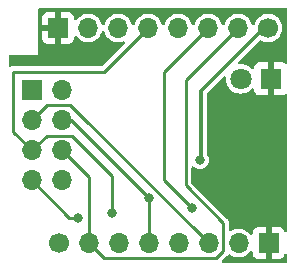
<source format=gbr>
%TF.GenerationSoftware,KiCad,Pcbnew,7.0.2*%
%TF.CreationDate,2023-05-28T00:49:17+02:00*%
%TF.ProjectId,cc1101_pcb,63633131-3031-45f7-9063-622e6b696361,rev?*%
%TF.SameCoordinates,Original*%
%TF.FileFunction,Copper,L2,Bot*%
%TF.FilePolarity,Positive*%
%FSLAX46Y46*%
G04 Gerber Fmt 4.6, Leading zero omitted, Abs format (unit mm)*
G04 Created by KiCad (PCBNEW 7.0.2) date 2023-05-28 00:49:17*
%MOMM*%
%LPD*%
G01*
G04 APERTURE LIST*
%TA.AperFunction,ComponentPad*%
%ADD10R,1.700000X1.700000*%
%TD*%
%TA.AperFunction,ComponentPad*%
%ADD11O,1.700000X1.700000*%
%TD*%
%TA.AperFunction,ComponentPad*%
%ADD12C,1.700000*%
%TD*%
%TA.AperFunction,ComponentPad*%
%ADD13C,1.800000*%
%TD*%
%TA.AperFunction,ComponentPad*%
%ADD14R,1.800000X1.800000*%
%TD*%
%TA.AperFunction,ViaPad*%
%ADD15C,0.800000*%
%TD*%
%TA.AperFunction,Conductor*%
%ADD16C,0.300000*%
%TD*%
%TA.AperFunction,Conductor*%
%ADD17C,0.250000*%
%TD*%
G04 APERTURE END LIST*
D10*
%TO.P,J1,8,Pin_8*%
%TO.N,GND*%
X37400000Y-78900000D03*
D11*
%TO.P,J1,7,Pin_7*%
%TO.N,unconnected-(J1-Pin_7-Pad7)*%
X39940000Y-78900000D03*
%TO.P,J1,6,Pin_6*%
%TO.N,Net-(J1-Pin_6)*%
X42480000Y-78900000D03*
%TO.P,J1,5,Pin_5*%
%TO.N,Net-(J1-Pin_5)*%
X45020000Y-78900000D03*
%TO.P,J1,4,Pin_4*%
%TO.N,Net-(J1-Pin_4)*%
X47560000Y-78900000D03*
%TO.P,J1,3,Pin_3*%
%TO.N,Net-(J1-Pin_3)*%
X50100000Y-78900000D03*
%TO.P,J1,2,Pin_2*%
%TO.N,Net-(J1-Pin_2)*%
X52640000Y-78900000D03*
D12*
%TO.P,J1,1,Pin_1*%
%TO.N,Net-(J1-Pin_1)*%
X55180000Y-78900000D03*
%TD*%
%TO.P,J2,1,Pin_1*%
%TO.N,Net-(J1-Pin_1)*%
X37440000Y-97100000D03*
D11*
%TO.P,J2,2,Pin_2*%
%TO.N,Net-(J1-Pin_2)*%
X39980000Y-97100000D03*
%TO.P,J2,3,Pin_3*%
%TO.N,Net-(J1-Pin_3)*%
X42520000Y-97100000D03*
%TO.P,J2,4,Pin_4*%
%TO.N,Net-(J1-Pin_4)*%
X45060000Y-97100000D03*
%TO.P,J2,5,Pin_5*%
%TO.N,Net-(J1-Pin_5)*%
X47600000Y-97100000D03*
%TO.P,J2,6,Pin_6*%
%TO.N,Net-(J1-Pin_6)*%
X50140000Y-97100000D03*
%TO.P,J2,7,Pin_7*%
%TO.N,unconnected-(J2-Pin_7-Pad7)*%
X52680000Y-97100000D03*
D10*
%TO.P,J2,8,Pin_8*%
%TO.N,GND*%
X55220000Y-97100000D03*
%TD*%
D13*
%TO.P,LED,2,A*%
%TO.N,Net-(D1-A)*%
X52860000Y-83200000D03*
D14*
%TO.P,LED,1,K*%
%TO.N,GND*%
X55400000Y-83200000D03*
%TD*%
D10*
%TO.P,J3,1,Pin_1*%
%TO.N,GND*%
X35160000Y-84180000D03*
D11*
%TO.P,J3,2,Pin_2*%
%TO.N,Net-(J3-Pin_2)*%
X37700000Y-84180000D03*
%TO.P,J3,3,Pin_3*%
%TO.N,Net-(J1-Pin_6)*%
X35160000Y-86720000D03*
%TO.P,J3,4,Pin_4*%
%TO.N,Net-(J1-Pin_4)*%
X37700000Y-86720000D03*
%TO.P,J3,5,Pin_5*%
%TO.N,Net-(J1-Pin_5)*%
X35160000Y-89260000D03*
%TO.P,J3,6,Pin_6*%
%TO.N,Net-(J1-Pin_2)*%
X37700000Y-89260000D03*
%TO.P,J3,7,Pin_7*%
%TO.N,Net-(J1-Pin_3)*%
X35160000Y-91800000D03*
%TO.P,J3,8,Pin_8*%
%TO.N,unconnected-(J3-Pin_8-Pad8)*%
X37700000Y-91800000D03*
%TD*%
D15*
%TO.N,GND*%
X51200000Y-88700000D03*
X51200000Y-85000000D03*
%TO.N,Net-(J1-Pin_4)*%
X45100000Y-93300000D03*
%TO.N,Net-(J1-Pin_3)*%
X48700000Y-94100000D03*
%TO.N,Net-(J1-Pin_1)*%
X49400000Y-90100000D03*
%TO.N,Net-(J1-Pin_3)*%
X39100000Y-95000000D03*
%TO.N,Net-(J1-Pin_5)*%
X42000000Y-94600000D03*
%TD*%
D16*
%TO.N,Net-(J1-Pin_1)*%
X54800000Y-78900000D02*
X55180000Y-78900000D01*
X49500000Y-84200000D02*
X54800000Y-78900000D01*
X49500000Y-90000000D02*
X49500000Y-84200000D01*
X49400000Y-90100000D02*
X49500000Y-90000000D01*
D17*
%TO.N,Net-(J1-Pin_2)*%
X41280000Y-98400000D02*
X39980000Y-97100000D01*
X48200000Y-92225000D02*
X51400000Y-95425000D01*
X50800000Y-98400000D02*
X41280000Y-98400000D01*
X48200000Y-83340000D02*
X48200000Y-92225000D01*
X51400000Y-95425000D02*
X51400000Y-97800000D01*
X52640000Y-78900000D02*
X48200000Y-83340000D01*
X51400000Y-97800000D02*
X50800000Y-98400000D01*
%TO.N,Net-(J1-Pin_3)*%
X46400000Y-82600000D02*
X50100000Y-78900000D01*
X46400000Y-91800000D02*
X46400000Y-82600000D01*
X48700000Y-94100000D02*
X46400000Y-91800000D01*
%TO.N,Net-(J1-Pin_4)*%
X45100000Y-93300000D02*
X45060000Y-93260000D01*
%TO.N,Net-(J1-Pin_2)*%
X39980000Y-97100000D02*
X39980000Y-91540000D01*
X39980000Y-91540000D02*
X37700000Y-89260000D01*
%TO.N,Net-(J1-Pin_6)*%
X50140000Y-97100000D02*
X38440000Y-85400000D01*
X38440000Y-85400000D02*
X36480000Y-85400000D01*
X36480000Y-85400000D02*
X35160000Y-86720000D01*
%TO.N,Net-(J1-Pin_5)*%
X42000000Y-94600000D02*
X42000000Y-91400000D01*
X42000000Y-91400000D02*
X38600000Y-88000000D01*
X38600000Y-88000000D02*
X36420000Y-88000000D01*
X36420000Y-88000000D02*
X35160000Y-89260000D01*
X33600000Y-87700000D02*
X35160000Y-89260000D01*
X33600000Y-82600000D02*
X33600000Y-87700000D01*
X41320000Y-82600000D02*
X33600000Y-82600000D01*
X45020000Y-78900000D02*
X41320000Y-82600000D01*
%TO.N,Net-(J1-Pin_3)*%
X39100000Y-95000000D02*
X38360000Y-95000000D01*
X38360000Y-95000000D02*
X35160000Y-91800000D01*
%TO.N,Net-(J1-Pin_4)*%
X45060000Y-97100000D02*
X45100000Y-93300000D01*
X45060000Y-93260000D02*
X38520000Y-86720000D01*
X38520000Y-86720000D02*
X37700000Y-86720000D01*
%TD*%
%TA.AperFunction,Conductor*%
%TO.N,GND*%
G36*
X55470000Y-98450000D02*
G01*
X56114518Y-98450000D01*
X56121132Y-98449645D01*
X56177371Y-98443599D01*
X56312089Y-98393352D01*
X56427188Y-98307188D01*
X56513352Y-98192088D01*
X56559818Y-98067510D01*
X56601689Y-98011576D01*
X56667154Y-97987159D01*
X56735427Y-98002011D01*
X56784832Y-98051416D01*
X56800000Y-98110843D01*
X56800000Y-98676000D01*
X56780315Y-98743039D01*
X56727511Y-98788794D01*
X56676000Y-98800000D01*
X51371820Y-98800000D01*
X51304781Y-98780315D01*
X51259026Y-98727511D01*
X51249082Y-98658353D01*
X51278107Y-98594797D01*
X51284139Y-98588319D01*
X51479106Y-98393352D01*
X51690654Y-98181803D01*
X51711292Y-98165173D01*
X51714589Y-98163055D01*
X51714592Y-98163052D01*
X51745340Y-98127566D01*
X51751376Y-98121083D01*
X51760275Y-98112184D01*
X51760275Y-98112183D01*
X51760279Y-98112180D01*
X51767835Y-98102084D01*
X51773367Y-98095219D01*
X51785731Y-98080950D01*
X51844503Y-98043177D01*
X51914373Y-98043174D01*
X51944721Y-98056726D01*
X51953435Y-98062121D01*
X51953438Y-98062124D01*
X52142599Y-98179247D01*
X52350060Y-98259618D01*
X52568757Y-98300500D01*
X52568759Y-98300500D01*
X52791241Y-98300500D01*
X52791243Y-98300500D01*
X53009940Y-98259618D01*
X53217401Y-98179247D01*
X53406562Y-98062124D01*
X53570981Y-97912236D01*
X53576585Y-97904815D01*
X53647046Y-97811510D01*
X53703154Y-97769873D01*
X53772866Y-97765181D01*
X53834048Y-97798923D01*
X53867276Y-97860387D01*
X53870000Y-97886236D01*
X53870000Y-97994518D01*
X53870354Y-98001132D01*
X53876400Y-98057371D01*
X53926647Y-98192089D01*
X54012811Y-98307188D01*
X54127910Y-98393352D01*
X54262628Y-98443599D01*
X54318867Y-98449645D01*
X54325482Y-98450000D01*
X54970000Y-98450000D01*
X54970000Y-97535501D01*
X55077685Y-97584680D01*
X55184237Y-97600000D01*
X55255763Y-97600000D01*
X55362315Y-97584680D01*
X55470000Y-97535501D01*
X55470000Y-98450000D01*
G37*
%TD.AperFunction*%
%TA.AperFunction,Conductor*%
G36*
X56743039Y-77219685D02*
G01*
X56788794Y-77272489D01*
X56800000Y-77324000D01*
X56800000Y-81801996D01*
X56780315Y-81869035D01*
X56727511Y-81914790D01*
X56658353Y-81924734D01*
X56601690Y-81901264D01*
X56542088Y-81856647D01*
X56407371Y-81806400D01*
X56351132Y-81800354D01*
X56344518Y-81800000D01*
X55650000Y-81800000D01*
X55650000Y-82825810D01*
X55597453Y-82789984D01*
X55467827Y-82750000D01*
X55366276Y-82750000D01*
X55265862Y-82765135D01*
X55150000Y-82820931D01*
X55150000Y-81800000D01*
X54455482Y-81800000D01*
X54448867Y-81800354D01*
X54392628Y-81806400D01*
X54257910Y-81856647D01*
X54142811Y-81942811D01*
X54056647Y-82057910D01*
X54006400Y-82192628D01*
X54000354Y-82248867D01*
X54000000Y-82255481D01*
X54000000Y-82272163D01*
X53980315Y-82339202D01*
X53927511Y-82384957D01*
X53858353Y-82394901D01*
X53794797Y-82365876D01*
X53788319Y-82359844D01*
X53666880Y-82238405D01*
X53666879Y-82238404D01*
X53666877Y-82238402D01*
X53487639Y-82112898D01*
X53369717Y-82057910D01*
X53289331Y-82020425D01*
X53077974Y-81963792D01*
X52859998Y-81944722D01*
X52764425Y-81953083D01*
X52695925Y-81939316D01*
X52645743Y-81890700D01*
X52629810Y-81822671D01*
X52653186Y-81756828D01*
X52665932Y-81741880D01*
X54440962Y-79966850D01*
X54502283Y-79933367D01*
X54571975Y-79938351D01*
X54593918Y-79949106D01*
X54642595Y-79979245D01*
X54642597Y-79979245D01*
X54642599Y-79979247D01*
X54850060Y-80059618D01*
X55068757Y-80100500D01*
X55068759Y-80100500D01*
X55291241Y-80100500D01*
X55291243Y-80100500D01*
X55509940Y-80059618D01*
X55717401Y-79979247D01*
X55906562Y-79862124D01*
X56070981Y-79712236D01*
X56205058Y-79534689D01*
X56304229Y-79335528D01*
X56307239Y-79324952D01*
X56353293Y-79163085D01*
X56365115Y-79121536D01*
X56385643Y-78900000D01*
X56365115Y-78678464D01*
X56334027Y-78569202D01*
X56304230Y-78464473D01*
X56205058Y-78265311D01*
X56070980Y-78087762D01*
X55906562Y-77937875D01*
X55717404Y-77820754D01*
X55656174Y-77797033D01*
X55509940Y-77740382D01*
X55291243Y-77699500D01*
X55068757Y-77699500D01*
X54850060Y-77740381D01*
X54850060Y-77740382D01*
X54642595Y-77820754D01*
X54453437Y-77937875D01*
X54289019Y-78087762D01*
X54154941Y-78265311D01*
X54055769Y-78464473D01*
X54029266Y-78557625D01*
X53991987Y-78616719D01*
X53928677Y-78646276D01*
X53859438Y-78636914D01*
X53806251Y-78591604D01*
X53790734Y-78557625D01*
X53764230Y-78464473D01*
X53665058Y-78265311D01*
X53530980Y-78087762D01*
X53366562Y-77937875D01*
X53177404Y-77820754D01*
X53116174Y-77797033D01*
X52969940Y-77740382D01*
X52751243Y-77699500D01*
X52528757Y-77699500D01*
X52310060Y-77740381D01*
X52310060Y-77740382D01*
X52102595Y-77820754D01*
X51913437Y-77937875D01*
X51749019Y-78087762D01*
X51614941Y-78265311D01*
X51515769Y-78464473D01*
X51489266Y-78557625D01*
X51451987Y-78616719D01*
X51388677Y-78646276D01*
X51319438Y-78636914D01*
X51266251Y-78591604D01*
X51250734Y-78557625D01*
X51224230Y-78464473D01*
X51125058Y-78265311D01*
X50990980Y-78087762D01*
X50826562Y-77937875D01*
X50637404Y-77820754D01*
X50576174Y-77797033D01*
X50429940Y-77740382D01*
X50211243Y-77699500D01*
X49988757Y-77699500D01*
X49770060Y-77740381D01*
X49770060Y-77740382D01*
X49562595Y-77820754D01*
X49373437Y-77937875D01*
X49209019Y-78087762D01*
X49074941Y-78265311D01*
X48975769Y-78464473D01*
X48949266Y-78557625D01*
X48911987Y-78616719D01*
X48848677Y-78646276D01*
X48779438Y-78636914D01*
X48726251Y-78591604D01*
X48710734Y-78557625D01*
X48684230Y-78464473D01*
X48585058Y-78265311D01*
X48450980Y-78087762D01*
X48286562Y-77937875D01*
X48097404Y-77820754D01*
X48036174Y-77797033D01*
X47889940Y-77740382D01*
X47671243Y-77699500D01*
X47448757Y-77699500D01*
X47230059Y-77740381D01*
X47230060Y-77740382D01*
X47022595Y-77820754D01*
X46833437Y-77937875D01*
X46669019Y-78087762D01*
X46534941Y-78265311D01*
X46435769Y-78464473D01*
X46409266Y-78557625D01*
X46371987Y-78616719D01*
X46308677Y-78646276D01*
X46239438Y-78636914D01*
X46186251Y-78591604D01*
X46170734Y-78557625D01*
X46144230Y-78464473D01*
X46045058Y-78265311D01*
X45910980Y-78087762D01*
X45746562Y-77937875D01*
X45557404Y-77820754D01*
X45496174Y-77797033D01*
X45349940Y-77740382D01*
X45131243Y-77699500D01*
X44908757Y-77699500D01*
X44690059Y-77740381D01*
X44690060Y-77740382D01*
X44482595Y-77820754D01*
X44293437Y-77937875D01*
X44129019Y-78087762D01*
X43994941Y-78265311D01*
X43895769Y-78464473D01*
X43869266Y-78557625D01*
X43831987Y-78616719D01*
X43768677Y-78646276D01*
X43699438Y-78636914D01*
X43646251Y-78591604D01*
X43630734Y-78557625D01*
X43604230Y-78464473D01*
X43505058Y-78265311D01*
X43370980Y-78087762D01*
X43206562Y-77937875D01*
X43017404Y-77820754D01*
X42956174Y-77797033D01*
X42809940Y-77740382D01*
X42591243Y-77699500D01*
X42368757Y-77699500D01*
X42150059Y-77740381D01*
X42150060Y-77740382D01*
X41942595Y-77820754D01*
X41753437Y-77937875D01*
X41589019Y-78087762D01*
X41454941Y-78265311D01*
X41355769Y-78464473D01*
X41329266Y-78557625D01*
X41291987Y-78616719D01*
X41228677Y-78646276D01*
X41159438Y-78636914D01*
X41106251Y-78591604D01*
X41090734Y-78557625D01*
X41064230Y-78464473D01*
X40965058Y-78265311D01*
X40830980Y-78087762D01*
X40666562Y-77937875D01*
X40477404Y-77820754D01*
X40416174Y-77797033D01*
X40269940Y-77740382D01*
X40051243Y-77699500D01*
X39828757Y-77699500D01*
X39610060Y-77740381D01*
X39610060Y-77740382D01*
X39402595Y-77820754D01*
X39213437Y-77937875D01*
X39049019Y-78087762D01*
X38972954Y-78188490D01*
X38916845Y-78230126D01*
X38847133Y-78234817D01*
X38785951Y-78201075D01*
X38752724Y-78139612D01*
X38750000Y-78113763D01*
X38750000Y-78005481D01*
X38749645Y-77998867D01*
X38743599Y-77942628D01*
X38693352Y-77807910D01*
X38607188Y-77692811D01*
X38492089Y-77606647D01*
X38357371Y-77556400D01*
X38301132Y-77550354D01*
X38294518Y-77550000D01*
X37650000Y-77550000D01*
X37650000Y-78464498D01*
X37542315Y-78415320D01*
X37435763Y-78400000D01*
X37364237Y-78400000D01*
X37257685Y-78415320D01*
X37150000Y-78464498D01*
X37150000Y-77550000D01*
X36505482Y-77550000D01*
X36498867Y-77550354D01*
X36442628Y-77556400D01*
X36307910Y-77606647D01*
X36192811Y-77692811D01*
X36106647Y-77807910D01*
X36056400Y-77942628D01*
X36050354Y-77998867D01*
X36050000Y-78005481D01*
X36050000Y-78650000D01*
X36966314Y-78650000D01*
X36940507Y-78690156D01*
X36900000Y-78828111D01*
X36900000Y-78971889D01*
X36940507Y-79109844D01*
X36966314Y-79150000D01*
X36050000Y-79150000D01*
X36050000Y-79794518D01*
X36050354Y-79801132D01*
X36056400Y-79857371D01*
X36106647Y-79992089D01*
X36192811Y-80107188D01*
X36307910Y-80193352D01*
X36442628Y-80243599D01*
X36498867Y-80249645D01*
X36505482Y-80250000D01*
X37150000Y-80250000D01*
X37150000Y-79335501D01*
X37257685Y-79384680D01*
X37364237Y-79400000D01*
X37435763Y-79400000D01*
X37542315Y-79384680D01*
X37650000Y-79335501D01*
X37650000Y-80250000D01*
X38294518Y-80250000D01*
X38301132Y-80249645D01*
X38357371Y-80243599D01*
X38492089Y-80193352D01*
X38607188Y-80107188D01*
X38693352Y-79992089D01*
X38743599Y-79857371D01*
X38749645Y-79801132D01*
X38750000Y-79794518D01*
X38750000Y-79686236D01*
X38769685Y-79619197D01*
X38822489Y-79573442D01*
X38891647Y-79563498D01*
X38955203Y-79592523D01*
X38972954Y-79611510D01*
X39049017Y-79712235D01*
X39213437Y-79862124D01*
X39402595Y-79979245D01*
X39402597Y-79979245D01*
X39402599Y-79979247D01*
X39610060Y-80059618D01*
X39828757Y-80100500D01*
X39828759Y-80100500D01*
X40051241Y-80100500D01*
X40051243Y-80100500D01*
X40269940Y-80059618D01*
X40477401Y-79979247D01*
X40666562Y-79862124D01*
X40830981Y-79712236D01*
X40965058Y-79534689D01*
X41064229Y-79335528D01*
X41067239Y-79324952D01*
X41090734Y-79242374D01*
X41128013Y-79183281D01*
X41191322Y-79153723D01*
X41260562Y-79163085D01*
X41313749Y-79208395D01*
X41329266Y-79242374D01*
X41355769Y-79335526D01*
X41454941Y-79534688D01*
X41589019Y-79712237D01*
X41753437Y-79862124D01*
X41942595Y-79979245D01*
X41942597Y-79979245D01*
X41942599Y-79979247D01*
X42150060Y-80059618D01*
X42368757Y-80100500D01*
X42368759Y-80100500D01*
X42591241Y-80100500D01*
X42591243Y-80100500D01*
X42809940Y-80059618D01*
X42878827Y-80032930D01*
X42948448Y-80027068D01*
X43010189Y-80059777D01*
X43044444Y-80120673D01*
X43040339Y-80190422D01*
X43011301Y-80236238D01*
X41159360Y-82088181D01*
X41098037Y-82121666D01*
X41071679Y-82124500D01*
X33531632Y-82124500D01*
X33507173Y-82131681D01*
X33489892Y-82135440D01*
X33464656Y-82139068D01*
X33441464Y-82149660D01*
X33424891Y-82155842D01*
X33400437Y-82163022D01*
X33391034Y-82169065D01*
X33323993Y-82188746D01*
X33256955Y-82169058D01*
X33211203Y-82116251D01*
X33200000Y-82064746D01*
X33200000Y-81324000D01*
X33219685Y-81256961D01*
X33272489Y-81211206D01*
X33324000Y-81200000D01*
X35700000Y-81200000D01*
X35700000Y-77324000D01*
X35719685Y-77256961D01*
X35772489Y-77211206D01*
X35824000Y-77200000D01*
X56676000Y-77200000D01*
X56743039Y-77219685D01*
G37*
%TD.AperFunction*%
%TA.AperFunction,Conductor*%
G36*
X51532889Y-82977437D02*
G01*
X51588822Y-83019309D01*
X51613239Y-83084773D01*
X51613083Y-83104425D01*
X51604722Y-83199998D01*
X51623792Y-83417974D01*
X51680425Y-83629331D01*
X51730261Y-83736205D01*
X51772898Y-83827639D01*
X51898402Y-84006877D01*
X52053123Y-84161598D01*
X52232361Y-84287102D01*
X52430670Y-84379575D01*
X52642023Y-84436207D01*
X52860000Y-84455277D01*
X53077977Y-84436207D01*
X53289330Y-84379575D01*
X53487639Y-84287102D01*
X53666877Y-84161598D01*
X53788318Y-84040156D01*
X53849642Y-84006671D01*
X53919334Y-84011655D01*
X53975267Y-84053527D01*
X53999684Y-84118991D01*
X54000000Y-84127837D01*
X54000000Y-84144518D01*
X54000354Y-84151132D01*
X54006400Y-84207371D01*
X54056647Y-84342089D01*
X54142811Y-84457188D01*
X54257910Y-84543352D01*
X54392628Y-84593599D01*
X54448867Y-84599645D01*
X54455482Y-84600000D01*
X55150000Y-84600000D01*
X55150000Y-83574189D01*
X55202547Y-83610016D01*
X55332173Y-83650000D01*
X55433724Y-83650000D01*
X55534138Y-83634865D01*
X55649999Y-83579068D01*
X55650000Y-84600000D01*
X56344518Y-84600000D01*
X56351132Y-84599645D01*
X56407371Y-84593599D01*
X56542089Y-84543352D01*
X56601689Y-84498736D01*
X56667154Y-84474319D01*
X56735427Y-84489171D01*
X56784832Y-84538576D01*
X56800000Y-84598003D01*
X56800000Y-96089156D01*
X56780315Y-96156195D01*
X56727511Y-96201950D01*
X56658353Y-96211894D01*
X56594797Y-96182869D01*
X56559818Y-96132490D01*
X56513352Y-96007910D01*
X56427188Y-95892811D01*
X56312089Y-95806647D01*
X56177371Y-95756400D01*
X56121132Y-95750354D01*
X56114518Y-95750000D01*
X55470000Y-95750000D01*
X55470000Y-96664498D01*
X55362315Y-96615320D01*
X55255763Y-96600000D01*
X55184237Y-96600000D01*
X55077685Y-96615320D01*
X54970000Y-96664498D01*
X54970000Y-95750000D01*
X54325482Y-95750000D01*
X54318867Y-95750354D01*
X54262628Y-95756400D01*
X54127910Y-95806647D01*
X54012811Y-95892811D01*
X53926647Y-96007910D01*
X53876400Y-96142628D01*
X53870354Y-96198867D01*
X53870000Y-96205481D01*
X53870000Y-96313763D01*
X53850315Y-96380802D01*
X53797511Y-96426557D01*
X53728353Y-96436501D01*
X53664797Y-96407476D01*
X53647046Y-96388490D01*
X53570980Y-96287762D01*
X53406562Y-96137875D01*
X53217404Y-96020754D01*
X53143865Y-95992265D01*
X53009940Y-95940382D01*
X52791243Y-95899500D01*
X52568757Y-95899500D01*
X52414992Y-95928244D01*
X52350060Y-95940382D01*
X52142595Y-96020754D01*
X52064777Y-96068937D01*
X51997416Y-96087492D01*
X51930717Y-96066684D01*
X51885856Y-96013118D01*
X51875500Y-95963510D01*
X51875500Y-95489453D01*
X51878334Y-95463094D01*
X51878684Y-95461486D01*
X51879166Y-95459270D01*
X51875816Y-95412432D01*
X51875500Y-95403586D01*
X51875500Y-95390990D01*
X51873707Y-95378524D01*
X51872760Y-95369716D01*
X51872085Y-95360276D01*
X51869411Y-95322885D01*
X51868042Y-95319216D01*
X51861488Y-95293534D01*
X51860931Y-95289658D01*
X51841416Y-95246926D01*
X51838038Y-95238771D01*
X51821627Y-95194771D01*
X51819285Y-95191643D01*
X51805755Y-95168839D01*
X51804131Y-95165283D01*
X51800646Y-95161261D01*
X51773367Y-95129778D01*
X51767830Y-95122908D01*
X51760278Y-95112820D01*
X51751384Y-95103926D01*
X51745352Y-95097448D01*
X51714588Y-95061944D01*
X51711287Y-95059823D01*
X51690648Y-95043190D01*
X48711818Y-92064360D01*
X48678333Y-92003037D01*
X48675499Y-91976679D01*
X48675499Y-91165311D01*
X48675499Y-90736225D01*
X48695184Y-90669189D01*
X48747988Y-90623434D01*
X48817146Y-90613490D01*
X48880702Y-90642515D01*
X48887180Y-90648547D01*
X48929110Y-90690477D01*
X49072310Y-90780456D01*
X49231941Y-90836313D01*
X49343980Y-90848936D01*
X49399999Y-90855249D01*
X49399999Y-90855248D01*
X49400000Y-90855249D01*
X49568059Y-90836313D01*
X49727690Y-90780456D01*
X49870890Y-90690477D01*
X49990477Y-90570890D01*
X50080456Y-90427690D01*
X50136313Y-90268059D01*
X50155249Y-90100000D01*
X50136313Y-89931941D01*
X50080456Y-89772310D01*
X50032211Y-89695528D01*
X50019506Y-89675308D01*
X50000500Y-89609336D01*
X50000500Y-84458675D01*
X50020185Y-84391636D01*
X50036814Y-84370999D01*
X51401876Y-83005936D01*
X51463197Y-82972453D01*
X51532889Y-82977437D01*
G37*
%TD.AperFunction*%
%TD*%
M02*

</source>
